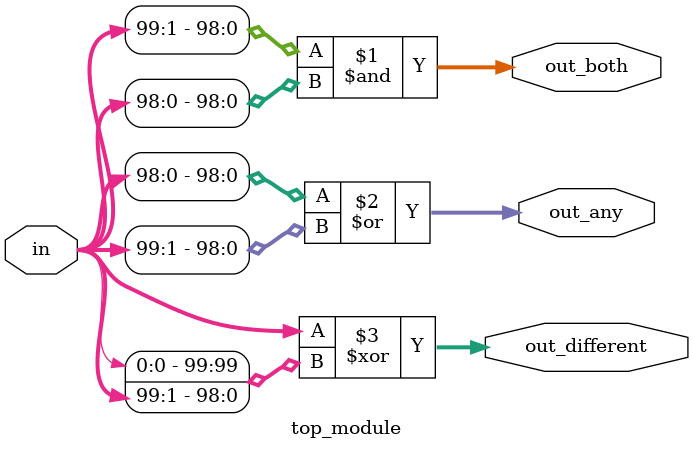
<source format=v>
module top_module( 
    input [99:0] in,
    output [98:0] out_both,
    output [99:1] out_any,
    output [99:0] out_different );
    assign out_both = in[99:1] & in[98:0];
    assign out_any = in[98:0] | in[99:1];
    assign out_different = in ^ {in[0], in[99:1]};
endmodule

</source>
